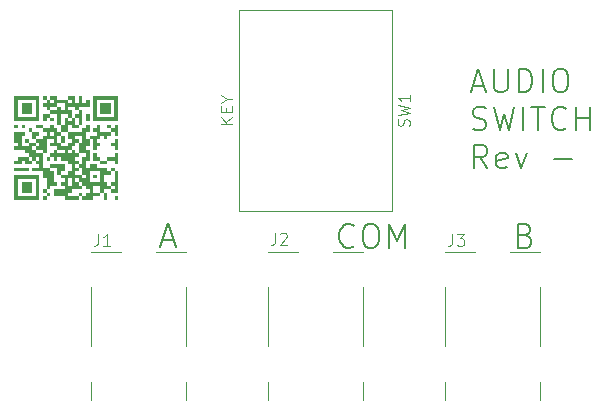
<source format=gbr>
%TF.GenerationSoftware,KiCad,Pcbnew,9.0.5*%
%TF.CreationDate,2025-10-22T22:20:53-05:00*%
%TF.ProjectId,audio_switch,61756469-6f5f-4737-9769-7463682e6b69,-*%
%TF.SameCoordinates,PX8282a50PY7459280*%
%TF.FileFunction,Legend,Top*%
%TF.FilePolarity,Positive*%
%FSLAX46Y46*%
G04 Gerber Fmt 4.6, Leading zero omitted, Abs format (unit mm)*
G04 Created by KiCad (PCBNEW 9.0.5) date 2025-10-22 22:20:53*
%MOMM*%
%LPD*%
G01*
G04 APERTURE LIST*
%ADD10C,0.200000*%
%ADD11C,0.100000*%
%ADD12C,0.000000*%
G04 APERTURE END LIST*
D10*
X13312530Y27086591D02*
X14264911Y27086591D01*
X13122054Y26515162D02*
X13788720Y28515162D01*
X13788720Y28515162D02*
X14455387Y26515162D01*
X15122054Y28515162D02*
X15122054Y26896115D01*
X15122054Y26896115D02*
X15217292Y26705639D01*
X15217292Y26705639D02*
X15312530Y26610400D01*
X15312530Y26610400D02*
X15503006Y26515162D01*
X15503006Y26515162D02*
X15883959Y26515162D01*
X15883959Y26515162D02*
X16074435Y26610400D01*
X16074435Y26610400D02*
X16169673Y26705639D01*
X16169673Y26705639D02*
X16264911Y26896115D01*
X16264911Y26896115D02*
X16264911Y28515162D01*
X17217292Y26515162D02*
X17217292Y28515162D01*
X17217292Y28515162D02*
X17693482Y28515162D01*
X17693482Y28515162D02*
X17979197Y28419924D01*
X17979197Y28419924D02*
X18169673Y28229448D01*
X18169673Y28229448D02*
X18264911Y28038972D01*
X18264911Y28038972D02*
X18360149Y27658020D01*
X18360149Y27658020D02*
X18360149Y27372305D01*
X18360149Y27372305D02*
X18264911Y26991353D01*
X18264911Y26991353D02*
X18169673Y26800877D01*
X18169673Y26800877D02*
X17979197Y26610400D01*
X17979197Y26610400D02*
X17693482Y26515162D01*
X17693482Y26515162D02*
X17217292Y26515162D01*
X19217292Y26515162D02*
X19217292Y28515162D01*
X20550625Y28515162D02*
X20931578Y28515162D01*
X20931578Y28515162D02*
X21122054Y28419924D01*
X21122054Y28419924D02*
X21312530Y28229448D01*
X21312530Y28229448D02*
X21407768Y27848496D01*
X21407768Y27848496D02*
X21407768Y27181829D01*
X21407768Y27181829D02*
X21312530Y26800877D01*
X21312530Y26800877D02*
X21122054Y26610400D01*
X21122054Y26610400D02*
X20931578Y26515162D01*
X20931578Y26515162D02*
X20550625Y26515162D01*
X20550625Y26515162D02*
X20360149Y26610400D01*
X20360149Y26610400D02*
X20169673Y26800877D01*
X20169673Y26800877D02*
X20074435Y27181829D01*
X20074435Y27181829D02*
X20074435Y27848496D01*
X20074435Y27848496D02*
X20169673Y28229448D01*
X20169673Y28229448D02*
X20360149Y28419924D01*
X20360149Y28419924D02*
X20550625Y28515162D01*
X13312530Y23390512D02*
X13598244Y23295274D01*
X13598244Y23295274D02*
X14074435Y23295274D01*
X14074435Y23295274D02*
X14264911Y23390512D01*
X14264911Y23390512D02*
X14360149Y23485751D01*
X14360149Y23485751D02*
X14455387Y23676227D01*
X14455387Y23676227D02*
X14455387Y23866703D01*
X14455387Y23866703D02*
X14360149Y24057179D01*
X14360149Y24057179D02*
X14264911Y24152417D01*
X14264911Y24152417D02*
X14074435Y24247655D01*
X14074435Y24247655D02*
X13693482Y24342893D01*
X13693482Y24342893D02*
X13503006Y24438132D01*
X13503006Y24438132D02*
X13407768Y24533370D01*
X13407768Y24533370D02*
X13312530Y24723846D01*
X13312530Y24723846D02*
X13312530Y24914322D01*
X13312530Y24914322D02*
X13407768Y25104798D01*
X13407768Y25104798D02*
X13503006Y25200036D01*
X13503006Y25200036D02*
X13693482Y25295274D01*
X13693482Y25295274D02*
X14169673Y25295274D01*
X14169673Y25295274D02*
X14455387Y25200036D01*
X15122054Y25295274D02*
X15598244Y23295274D01*
X15598244Y23295274D02*
X15979197Y24723846D01*
X15979197Y24723846D02*
X16360149Y23295274D01*
X16360149Y23295274D02*
X16836340Y25295274D01*
X17598244Y23295274D02*
X17598244Y25295274D01*
X18264911Y25295274D02*
X19407768Y25295274D01*
X18836339Y23295274D02*
X18836339Y25295274D01*
X21217292Y23485751D02*
X21122054Y23390512D01*
X21122054Y23390512D02*
X20836340Y23295274D01*
X20836340Y23295274D02*
X20645864Y23295274D01*
X20645864Y23295274D02*
X20360149Y23390512D01*
X20360149Y23390512D02*
X20169673Y23580989D01*
X20169673Y23580989D02*
X20074435Y23771465D01*
X20074435Y23771465D02*
X19979197Y24152417D01*
X19979197Y24152417D02*
X19979197Y24438132D01*
X19979197Y24438132D02*
X20074435Y24819084D01*
X20074435Y24819084D02*
X20169673Y25009560D01*
X20169673Y25009560D02*
X20360149Y25200036D01*
X20360149Y25200036D02*
X20645864Y25295274D01*
X20645864Y25295274D02*
X20836340Y25295274D01*
X20836340Y25295274D02*
X21122054Y25200036D01*
X21122054Y25200036D02*
X21217292Y25104798D01*
X22074435Y23295274D02*
X22074435Y25295274D01*
X22074435Y24342893D02*
X23217292Y24342893D01*
X23217292Y23295274D02*
X23217292Y25295274D01*
X14550625Y20075386D02*
X13883958Y21027767D01*
X13407768Y20075386D02*
X13407768Y22075386D01*
X13407768Y22075386D02*
X14169673Y22075386D01*
X14169673Y22075386D02*
X14360149Y21980148D01*
X14360149Y21980148D02*
X14455387Y21884910D01*
X14455387Y21884910D02*
X14550625Y21694434D01*
X14550625Y21694434D02*
X14550625Y21408720D01*
X14550625Y21408720D02*
X14455387Y21218244D01*
X14455387Y21218244D02*
X14360149Y21123005D01*
X14360149Y21123005D02*
X14169673Y21027767D01*
X14169673Y21027767D02*
X13407768Y21027767D01*
X16169673Y20170624D02*
X15979197Y20075386D01*
X15979197Y20075386D02*
X15598244Y20075386D01*
X15598244Y20075386D02*
X15407768Y20170624D01*
X15407768Y20170624D02*
X15312530Y20361101D01*
X15312530Y20361101D02*
X15312530Y21123005D01*
X15312530Y21123005D02*
X15407768Y21313482D01*
X15407768Y21313482D02*
X15598244Y21408720D01*
X15598244Y21408720D02*
X15979197Y21408720D01*
X15979197Y21408720D02*
X16169673Y21313482D01*
X16169673Y21313482D02*
X16264911Y21123005D01*
X16264911Y21123005D02*
X16264911Y20932529D01*
X16264911Y20932529D02*
X15312530Y20742053D01*
X16931578Y21408720D02*
X17407768Y20075386D01*
X17407768Y20075386D02*
X17883959Y21408720D01*
X20169674Y20837291D02*
X21693484Y20837291D01*
X-12987470Y14026591D02*
X-12035089Y14026591D01*
X-13177946Y13455162D02*
X-12511280Y15455162D01*
X-12511280Y15455162D02*
X-11844613Y13455162D01*
X3250625Y13545639D02*
X3155387Y13450400D01*
X3155387Y13450400D02*
X2869673Y13355162D01*
X2869673Y13355162D02*
X2679197Y13355162D01*
X2679197Y13355162D02*
X2393482Y13450400D01*
X2393482Y13450400D02*
X2203006Y13640877D01*
X2203006Y13640877D02*
X2107768Y13831353D01*
X2107768Y13831353D02*
X2012530Y14212305D01*
X2012530Y14212305D02*
X2012530Y14498020D01*
X2012530Y14498020D02*
X2107768Y14878972D01*
X2107768Y14878972D02*
X2203006Y15069448D01*
X2203006Y15069448D02*
X2393482Y15259924D01*
X2393482Y15259924D02*
X2679197Y15355162D01*
X2679197Y15355162D02*
X2869673Y15355162D01*
X2869673Y15355162D02*
X3155387Y15259924D01*
X3155387Y15259924D02*
X3250625Y15164686D01*
X4488720Y15355162D02*
X4869673Y15355162D01*
X4869673Y15355162D02*
X5060149Y15259924D01*
X5060149Y15259924D02*
X5250625Y15069448D01*
X5250625Y15069448D02*
X5345863Y14688496D01*
X5345863Y14688496D02*
X5345863Y14021829D01*
X5345863Y14021829D02*
X5250625Y13640877D01*
X5250625Y13640877D02*
X5060149Y13450400D01*
X5060149Y13450400D02*
X4869673Y13355162D01*
X4869673Y13355162D02*
X4488720Y13355162D01*
X4488720Y13355162D02*
X4298244Y13450400D01*
X4298244Y13450400D02*
X4107768Y13640877D01*
X4107768Y13640877D02*
X4012530Y14021829D01*
X4012530Y14021829D02*
X4012530Y14688496D01*
X4012530Y14688496D02*
X4107768Y15069448D01*
X4107768Y15069448D02*
X4298244Y15259924D01*
X4298244Y15259924D02*
X4488720Y15355162D01*
X6203006Y13355162D02*
X6203006Y15355162D01*
X6203006Y15355162D02*
X6869673Y13926591D01*
X6869673Y13926591D02*
X7536339Y15355162D01*
X7536339Y15355162D02*
X7536339Y13355162D01*
X17774435Y14402781D02*
X18060149Y14307543D01*
X18060149Y14307543D02*
X18155387Y14212305D01*
X18155387Y14212305D02*
X18250625Y14021829D01*
X18250625Y14021829D02*
X18250625Y13736115D01*
X18250625Y13736115D02*
X18155387Y13545639D01*
X18155387Y13545639D02*
X18060149Y13450400D01*
X18060149Y13450400D02*
X17869673Y13355162D01*
X17869673Y13355162D02*
X17107768Y13355162D01*
X17107768Y13355162D02*
X17107768Y15355162D01*
X17107768Y15355162D02*
X17774435Y15355162D01*
X17774435Y15355162D02*
X17964911Y15259924D01*
X17964911Y15259924D02*
X18060149Y15164686D01*
X18060149Y15164686D02*
X18155387Y14974210D01*
X18155387Y14974210D02*
X18155387Y14783734D01*
X18155387Y14783734D02*
X18060149Y14593258D01*
X18060149Y14593258D02*
X17964911Y14498020D01*
X17964911Y14498020D02*
X17774435Y14402781D01*
X17774435Y14402781D02*
X17107768Y14402781D01*
D11*
X-3410402Y14627581D02*
X-3410402Y13913296D01*
X-3410402Y13913296D02*
X-3458021Y13770439D01*
X-3458021Y13770439D02*
X-3553259Y13675200D01*
X-3553259Y13675200D02*
X-3696116Y13627581D01*
X-3696116Y13627581D02*
X-3791354Y13627581D01*
X-2981830Y14532343D02*
X-2934211Y14579962D01*
X-2934211Y14579962D02*
X-2838973Y14627581D01*
X-2838973Y14627581D02*
X-2600878Y14627581D01*
X-2600878Y14627581D02*
X-2505640Y14579962D01*
X-2505640Y14579962D02*
X-2458021Y14532343D01*
X-2458021Y14532343D02*
X-2410402Y14437105D01*
X-2410402Y14437105D02*
X-2410402Y14341867D01*
X-2410402Y14341867D02*
X-2458021Y14199010D01*
X-2458021Y14199010D02*
X-3029449Y13627581D01*
X-3029449Y13627581D02*
X-2410402Y13627581D01*
X7909800Y23666668D02*
X7957419Y23809525D01*
X7957419Y23809525D02*
X7957419Y24047620D01*
X7957419Y24047620D02*
X7909800Y24142858D01*
X7909800Y24142858D02*
X7862180Y24190477D01*
X7862180Y24190477D02*
X7766942Y24238096D01*
X7766942Y24238096D02*
X7671704Y24238096D01*
X7671704Y24238096D02*
X7576466Y24190477D01*
X7576466Y24190477D02*
X7528847Y24142858D01*
X7528847Y24142858D02*
X7481228Y24047620D01*
X7481228Y24047620D02*
X7433609Y23857144D01*
X7433609Y23857144D02*
X7385990Y23761906D01*
X7385990Y23761906D02*
X7338371Y23714287D01*
X7338371Y23714287D02*
X7243133Y23666668D01*
X7243133Y23666668D02*
X7147895Y23666668D01*
X7147895Y23666668D02*
X7052657Y23714287D01*
X7052657Y23714287D02*
X7005038Y23761906D01*
X7005038Y23761906D02*
X6957419Y23857144D01*
X6957419Y23857144D02*
X6957419Y24095239D01*
X6957419Y24095239D02*
X7005038Y24238096D01*
X6957419Y24571430D02*
X7957419Y24809525D01*
X7957419Y24809525D02*
X7243133Y25000001D01*
X7243133Y25000001D02*
X7957419Y25190477D01*
X7957419Y25190477D02*
X6957419Y25428572D01*
X7957419Y26333334D02*
X7957419Y25761906D01*
X7957419Y26047620D02*
X6957419Y26047620D01*
X6957419Y26047620D02*
X7100276Y25952382D01*
X7100276Y25952382D02*
X7195514Y25857144D01*
X7195514Y25857144D02*
X7243133Y25761906D01*
X-7042581Y23857144D02*
X-8042581Y23857144D01*
X-7042581Y24428572D02*
X-7614010Y24000001D01*
X-8042581Y24428572D02*
X-7471153Y23857144D01*
X-7566391Y24857144D02*
X-7566391Y25190477D01*
X-7042581Y25333334D02*
X-7042581Y24857144D01*
X-7042581Y24857144D02*
X-8042581Y24857144D01*
X-8042581Y24857144D02*
X-8042581Y25333334D01*
X-7518772Y25952382D02*
X-7042581Y25952382D01*
X-8042581Y25619049D02*
X-7518772Y25952382D01*
X-7518772Y25952382D02*
X-8042581Y26285715D01*
X-18410402Y14527581D02*
X-18410402Y13813296D01*
X-18410402Y13813296D02*
X-18458021Y13670439D01*
X-18458021Y13670439D02*
X-18553259Y13575200D01*
X-18553259Y13575200D02*
X-18696116Y13527581D01*
X-18696116Y13527581D02*
X-18791354Y13527581D01*
X-17410402Y13527581D02*
X-17981830Y13527581D01*
X-17696116Y13527581D02*
X-17696116Y14527581D01*
X-17696116Y14527581D02*
X-17791354Y14384724D01*
X-17791354Y14384724D02*
X-17886592Y14289486D01*
X-17886592Y14289486D02*
X-17981830Y14241867D01*
X11589598Y14527581D02*
X11589598Y13813296D01*
X11589598Y13813296D02*
X11541979Y13670439D01*
X11541979Y13670439D02*
X11446741Y13575200D01*
X11446741Y13575200D02*
X11303884Y13527581D01*
X11303884Y13527581D02*
X11208646Y13527581D01*
X11970551Y14527581D02*
X12589598Y14527581D01*
X12589598Y14527581D02*
X12256265Y14146629D01*
X12256265Y14146629D02*
X12399122Y14146629D01*
X12399122Y14146629D02*
X12494360Y14099010D01*
X12494360Y14099010D02*
X12541979Y14051391D01*
X12541979Y14051391D02*
X12589598Y13956153D01*
X12589598Y13956153D02*
X12589598Y13718058D01*
X12589598Y13718058D02*
X12541979Y13622820D01*
X12541979Y13622820D02*
X12494360Y13575200D01*
X12494360Y13575200D02*
X12399122Y13527581D01*
X12399122Y13527581D02*
X12113408Y13527581D01*
X12113408Y13527581D02*
X12018170Y13575200D01*
X12018170Y13575200D02*
X11970551Y13622820D01*
%TO.C,J2*%
X-4000000Y13000000D02*
X-1500000Y13000000D01*
X-4000000Y5000000D02*
X-4000000Y10000000D01*
X-4000000Y2000000D02*
X-4000000Y500000D01*
X1500000Y13000000D02*
X4000000Y13000000D01*
X4000000Y5000000D02*
X4000000Y10000000D01*
X4000000Y2000000D02*
X4000000Y500000D01*
%TO.C,SW1*%
X-6500000Y16500000D02*
X6500000Y16500000D01*
X6500000Y33500000D01*
X-6500000Y33500000D01*
X-6500000Y16500000D01*
%TO.C,J1*%
X-19000000Y13000000D02*
X-16500000Y13000000D01*
X-19000000Y5000000D02*
X-19000000Y10000000D01*
X-19000000Y2000000D02*
X-19000000Y500000D01*
X-13500000Y13000000D02*
X-11000000Y13000000D01*
X-11000000Y5000000D02*
X-11000000Y10000000D01*
X-11000000Y2000000D02*
X-11000000Y500000D01*
D12*
%TO.C,G\u002A\u002A\u002A*%
G36*
X-25190998Y23618221D02*
G01*
X-25190998Y23466703D01*
X-25342516Y23466703D01*
X-25494035Y23466703D01*
X-25494035Y23618221D01*
X-25494035Y23769740D01*
X-25342516Y23769740D01*
X-25190998Y23769740D01*
X-25190998Y23618221D01*
G37*
G36*
X-24584924Y23618221D02*
G01*
X-24584924Y23466703D01*
X-24736443Y23466703D01*
X-24887961Y23466703D01*
X-24887961Y23618221D01*
X-24887961Y23769740D01*
X-24736443Y23769740D01*
X-24584924Y23769740D01*
X-24584924Y23618221D01*
G37*
G36*
X-24281887Y19981779D02*
G01*
X-24281887Y19830260D01*
X-24887961Y19830260D01*
X-25494035Y19830260D01*
X-25494035Y19981779D01*
X-25494035Y20133297D01*
X-24887961Y20133297D01*
X-24281887Y20133297D01*
X-24281887Y19981779D01*
G37*
G36*
X-23978850Y25133406D02*
G01*
X-23978850Y24678850D01*
X-24433406Y24678850D01*
X-24887961Y24678850D01*
X-24887961Y25133406D01*
X-24887961Y25587961D01*
X-24433406Y25587961D01*
X-23978850Y25587961D01*
X-23978850Y25133406D01*
G37*
G36*
X-23978850Y23315184D02*
G01*
X-23978850Y23163666D01*
X-24130369Y23163666D01*
X-24281887Y23163666D01*
X-24281887Y23315184D01*
X-24281887Y23466703D01*
X-24130369Y23466703D01*
X-23978850Y23466703D01*
X-23978850Y23315184D01*
G37*
G36*
X-23978850Y18466594D02*
G01*
X-23978850Y18012039D01*
X-24433406Y18012039D01*
X-24887961Y18012039D01*
X-24887961Y18466594D01*
X-24887961Y18921150D01*
X-24433406Y18921150D01*
X-23978850Y18921150D01*
X-23978850Y18466594D01*
G37*
G36*
X-22463666Y20890889D02*
G01*
X-22463666Y20739371D01*
X-22615184Y20739371D01*
X-22766703Y20739371D01*
X-22766703Y20890889D01*
X-22766703Y21042408D01*
X-22615184Y21042408D01*
X-22463666Y21042408D01*
X-22463666Y20890889D01*
G37*
G36*
X-22160629Y24224295D02*
G01*
X-22160629Y24072777D01*
X-22312148Y24072777D01*
X-22463666Y24072777D01*
X-22463666Y24224295D01*
X-22463666Y24375813D01*
X-22312148Y24375813D01*
X-22160629Y24375813D01*
X-22160629Y24224295D01*
G37*
G36*
X-21251518Y22557592D02*
G01*
X-21251518Y22254555D01*
X-21403037Y22254555D01*
X-21554555Y22254555D01*
X-21554555Y22557592D01*
X-21554555Y22860629D01*
X-21403037Y22860629D01*
X-21251518Y22860629D01*
X-21251518Y22557592D01*
G37*
G36*
X-19130260Y24375813D02*
G01*
X-19130260Y24072777D01*
X-19281779Y24072777D01*
X-19433297Y24072777D01*
X-19433297Y24375813D01*
X-19433297Y24678850D01*
X-19281779Y24678850D01*
X-19130260Y24678850D01*
X-19130260Y24375813D01*
G37*
G36*
X-18524187Y19375705D02*
G01*
X-18524187Y19224187D01*
X-18675705Y19224187D01*
X-18827223Y19224187D01*
X-18827223Y19375705D01*
X-18827223Y19527223D01*
X-18675705Y19527223D01*
X-18524187Y19527223D01*
X-18524187Y19375705D01*
G37*
G36*
X-17615076Y17709002D02*
G01*
X-17615076Y17405965D01*
X-17766594Y17405965D01*
X-17918113Y17405965D01*
X-17918113Y17709002D01*
X-17918113Y18012039D01*
X-17766594Y18012039D01*
X-17615076Y18012039D01*
X-17615076Y17709002D01*
G37*
G36*
X-17312039Y25133406D02*
G01*
X-17312039Y24678850D01*
X-17766594Y24678850D01*
X-18221150Y24678850D01*
X-18221150Y25133406D01*
X-18221150Y25587961D01*
X-17766594Y25587961D01*
X-17312039Y25587961D01*
X-17312039Y25133406D01*
G37*
G36*
X-16705965Y17557484D02*
G01*
X-16705965Y17405965D01*
X-16857484Y17405965D01*
X-17009002Y17405965D01*
X-17009002Y17557484D01*
X-17009002Y17709002D01*
X-16857484Y17709002D01*
X-16705965Y17709002D01*
X-16705965Y17557484D01*
G37*
G36*
X-22463666Y17860521D02*
G01*
X-22463666Y17709002D01*
X-22615184Y17709002D01*
X-22766703Y17709002D01*
X-22766703Y17557484D01*
X-22766703Y17405965D01*
X-22918221Y17405965D01*
X-23069740Y17405965D01*
X-23069740Y17557484D01*
X-23069740Y17709002D01*
X-22918221Y17709002D01*
X-22766703Y17709002D01*
X-22766703Y17860521D01*
X-22766703Y18012039D01*
X-22615184Y18012039D01*
X-22463666Y18012039D01*
X-22463666Y17860521D01*
G37*
G36*
X-16705965Y22103037D02*
G01*
X-16705965Y21648482D01*
X-16857484Y21648482D01*
X-17009002Y21648482D01*
X-17009002Y21800000D01*
X-17009002Y21951518D01*
X-17160521Y21951518D01*
X-17312039Y21951518D01*
X-17312039Y22103037D01*
X-17312039Y22254555D01*
X-17160521Y22254555D01*
X-17009002Y22254555D01*
X-17009002Y22406074D01*
X-17009002Y22557592D01*
X-16857484Y22557592D01*
X-16705965Y22557592D01*
X-16705965Y22103037D01*
G37*
G36*
X-23372777Y25133406D02*
G01*
X-23372777Y24072777D01*
X-24433406Y24072777D01*
X-25494035Y24072777D01*
X-25494035Y24403362D01*
X-25163449Y24403362D01*
X-24433406Y24403362D01*
X-23703362Y24403362D01*
X-23703362Y25133406D01*
X-23703362Y25863449D01*
X-24433406Y25863449D01*
X-25163449Y25863449D01*
X-25163449Y25133406D01*
X-25163449Y24403362D01*
X-25494035Y24403362D01*
X-25494035Y25133406D01*
X-25494035Y26194035D01*
X-24433406Y26194035D01*
X-23372777Y26194035D01*
X-23372777Y25133406D01*
G37*
G36*
X-23372777Y18466594D02*
G01*
X-23372777Y17405965D01*
X-24433406Y17405965D01*
X-25494035Y17405965D01*
X-25494035Y17736551D01*
X-25163449Y17736551D01*
X-24433406Y17736551D01*
X-23703362Y17736551D01*
X-23703362Y18466594D01*
X-23703362Y19196638D01*
X-24433406Y19196638D01*
X-25163449Y19196638D01*
X-25163449Y18466594D01*
X-25163449Y17736551D01*
X-25494035Y17736551D01*
X-25494035Y18466594D01*
X-25494035Y19527223D01*
X-24433406Y19527223D01*
X-23372777Y19527223D01*
X-23372777Y18466594D01*
G37*
G36*
X-16705965Y25133406D02*
G01*
X-16705965Y24072777D01*
X-17766594Y24072777D01*
X-18827223Y24072777D01*
X-18827223Y24403362D01*
X-18496638Y24403362D01*
X-17766594Y24403362D01*
X-17036551Y24403362D01*
X-17036551Y25133406D01*
X-17036551Y25863449D01*
X-17766594Y25863449D01*
X-18496638Y25863449D01*
X-18496638Y25133406D01*
X-18496638Y24403362D01*
X-18827223Y24403362D01*
X-18827223Y25133406D01*
X-18827223Y26194035D01*
X-17766594Y26194035D01*
X-16705965Y26194035D01*
X-16705965Y25133406D01*
G37*
G36*
X-18524187Y21193926D02*
G01*
X-18524187Y21042408D01*
X-18372668Y21042408D01*
X-18221150Y21042408D01*
X-18221150Y20890889D01*
X-18221150Y20739371D01*
X-17918113Y20739371D01*
X-17615076Y20739371D01*
X-17615076Y20890889D01*
X-17615076Y21042408D01*
X-17312039Y21042408D01*
X-17009002Y21042408D01*
X-17009002Y21193926D01*
X-17009002Y21345445D01*
X-16857484Y21345445D01*
X-16705965Y21345445D01*
X-16705965Y20890889D01*
X-16705965Y20436334D01*
X-16857484Y20436334D01*
X-17009002Y20436334D01*
X-17009002Y20587853D01*
X-17009002Y20739371D01*
X-17312039Y20739371D01*
X-17615076Y20739371D01*
X-17615076Y20587853D01*
X-17615076Y20436334D01*
X-17918113Y20436334D01*
X-18221150Y20436334D01*
X-18221150Y20587853D01*
X-18221150Y20739371D01*
X-18524187Y20739371D01*
X-18827223Y20739371D01*
X-18827223Y21042408D01*
X-18827223Y21345445D01*
X-18675705Y21345445D01*
X-18524187Y21345445D01*
X-18524187Y21193926D01*
G37*
G36*
X-22766703Y26042516D02*
G01*
X-22766703Y25890998D01*
X-22615184Y25890998D01*
X-22463666Y25890998D01*
X-22463666Y26042516D01*
X-22463666Y26194035D01*
X-22160629Y26194035D01*
X-21857592Y26194035D01*
X-21857592Y26042516D01*
X-21857592Y25890998D01*
X-21403037Y25890998D01*
X-20948482Y25890998D01*
X-20948482Y26042516D01*
X-20948482Y26194035D01*
X-20645445Y26194035D01*
X-20342408Y26194035D01*
X-20342408Y25890998D01*
X-20342408Y25587961D01*
X-20190889Y25587961D01*
X-20039371Y25587961D01*
X-20039371Y25890998D01*
X-20039371Y26194035D01*
X-19887853Y26194035D01*
X-19736334Y26194035D01*
X-19736334Y25890998D01*
X-19736334Y25587961D01*
X-19584816Y25587961D01*
X-19433297Y25587961D01*
X-19433297Y25739479D01*
X-19433297Y25890998D01*
X-19281779Y25890998D01*
X-19130260Y25890998D01*
X-19130260Y25587961D01*
X-19130260Y25284924D01*
X-19584816Y25284924D01*
X-20039371Y25284924D01*
X-20039371Y25133406D01*
X-20039371Y24981887D01*
X-20190889Y24981887D01*
X-20342408Y24981887D01*
X-20342408Y25133406D01*
X-20342408Y25284924D01*
X-20645445Y25284924D01*
X-20948482Y25284924D01*
X-20948482Y25133406D01*
X-20948482Y24981887D01*
X-20796963Y24981887D01*
X-20645445Y24981887D01*
X-20645445Y24678850D01*
X-20645445Y24375813D01*
X-20796963Y24375813D01*
X-20948482Y24375813D01*
X-20948482Y24527332D01*
X-20948482Y24678850D01*
X-21251518Y24678850D01*
X-21554555Y24678850D01*
X-21554555Y24224295D01*
X-21554555Y23769740D01*
X-21403037Y23769740D01*
X-21251518Y23769740D01*
X-21251518Y24072777D01*
X-21251518Y24375813D01*
X-21100000Y24375813D01*
X-20948482Y24375813D01*
X-20948482Y24224295D01*
X-20948482Y24072777D01*
X-20796963Y24072777D01*
X-20645445Y24072777D01*
X-20645445Y24224295D01*
X-20645445Y24375813D01*
X-20493926Y24375813D01*
X-20342408Y24375813D01*
X-20342408Y24527332D01*
X-20342408Y24678850D01*
X-20190889Y24678850D01*
X-20039371Y24678850D01*
X-20039371Y24830369D01*
X-20039371Y24981887D01*
X-19887853Y24981887D01*
X-19736334Y24981887D01*
X-19736334Y24375813D01*
X-19736334Y23769740D01*
X-19887853Y23769740D01*
X-20039371Y23769740D01*
X-20039371Y23618221D01*
X-20039371Y23466703D01*
X-20342408Y23466703D01*
X-20645445Y23466703D01*
X-20645445Y23618221D01*
X-20645445Y23769740D01*
X-20342408Y23769740D01*
X-20190889Y23769740D01*
X-20039371Y23769740D01*
X-20039371Y24072777D01*
X-20039371Y24375813D01*
X-20190889Y24375813D01*
X-20342408Y24375813D01*
X-20342408Y24072777D01*
X-20342408Y23769740D01*
X-20645445Y23769740D01*
X-20796963Y23769740D01*
X-20948482Y23769740D01*
X-20948482Y23466703D01*
X-20948482Y23163666D01*
X-20342408Y23163666D01*
X-19736334Y23163666D01*
X-19736334Y23315184D01*
X-19736334Y23466703D01*
X-19584816Y23466703D01*
X-19433297Y23466703D01*
X-19433297Y23618221D01*
X-19433297Y23769740D01*
X-19281779Y23769740D01*
X-19130260Y23769740D01*
X-19130260Y23466703D01*
X-19130260Y23163666D01*
X-19281779Y23163666D01*
X-19433297Y23163666D01*
X-19433297Y22860629D01*
X-19433297Y22557592D01*
X-19281779Y22557592D01*
X-19130260Y22557592D01*
X-19130260Y22709111D01*
X-19130260Y22860629D01*
X-18827223Y22860629D01*
X-18524187Y22860629D01*
X-18524187Y23012148D01*
X-18524187Y23163666D01*
X-18675705Y23163666D01*
X-18827223Y23163666D01*
X-18827223Y23315184D01*
X-18827223Y23466703D01*
X-18675705Y23466703D01*
X-18524187Y23466703D01*
X-18524187Y23618221D01*
X-18524187Y23769740D01*
X-18372668Y23769740D01*
X-18221150Y23769740D01*
X-18221150Y23466703D01*
X-18221150Y23163666D01*
X-17766594Y23163666D01*
X-17312039Y23163666D01*
X-17312039Y23315184D01*
X-17312039Y23466703D01*
X-17463558Y23466703D01*
X-17615076Y23466703D01*
X-17615076Y23618221D01*
X-17615076Y23769740D01*
X-17463558Y23769740D01*
X-17312039Y23769740D01*
X-17312039Y23618221D01*
X-17312039Y23466703D01*
X-17160521Y23466703D01*
X-17009002Y23466703D01*
X-17009002Y23618221D01*
X-17009002Y23769740D01*
X-16857484Y23769740D01*
X-16705965Y23769740D01*
X-16705965Y23315184D01*
X-16705965Y22860629D01*
X-16857484Y22860629D01*
X-17009002Y22860629D01*
X-17009002Y23012148D01*
X-17009002Y23163666D01*
X-17160521Y23163666D01*
X-17312039Y23163666D01*
X-17312039Y23012148D01*
X-17312039Y22860629D01*
X-17463558Y22860629D01*
X-17615076Y22860629D01*
X-17615076Y22709111D01*
X-17615076Y22557592D01*
X-17766594Y22557592D01*
X-17918113Y22557592D01*
X-17918113Y22709111D01*
X-17918113Y22860629D01*
X-18069631Y22860629D01*
X-18221150Y22860629D01*
X-18221150Y22709111D01*
X-18221150Y22557592D01*
X-18372668Y22557592D01*
X-18524187Y22557592D01*
X-18524187Y22406074D01*
X-18524187Y22254555D01*
X-18372668Y22254555D01*
X-18221150Y22254555D01*
X-18221150Y22103037D01*
X-18221150Y21951518D01*
X-18372668Y21951518D01*
X-18524187Y21951518D01*
X-18524187Y21800000D01*
X-18524187Y21648482D01*
X-18675705Y21648482D01*
X-18827223Y21648482D01*
X-18827223Y22103037D01*
X-18827223Y22557592D01*
X-18978742Y22557592D01*
X-19130260Y22557592D01*
X-19130260Y22254555D01*
X-19130260Y21951518D01*
X-19281779Y21951518D01*
X-19433297Y21951518D01*
X-19433297Y21800000D01*
X-19433297Y21648482D01*
X-19281779Y21648482D01*
X-19130260Y21648482D01*
X-19130260Y21193926D01*
X-19130260Y20739371D01*
X-19281779Y20739371D01*
X-19433297Y20739371D01*
X-19433297Y20436334D01*
X-19433297Y20133297D01*
X-19281779Y20133297D01*
X-19130260Y20133297D01*
X-19130260Y20284816D01*
X-19130260Y20436334D01*
X-18827223Y20436334D01*
X-18524187Y20436334D01*
X-18524187Y20284816D01*
X-18524187Y20133297D01*
X-18069631Y20133297D01*
X-17615076Y20133297D01*
X-17615076Y19981779D01*
X-17615076Y19830260D01*
X-17463558Y19830260D01*
X-17312039Y19830260D01*
X-17312039Y19981779D01*
X-17312039Y20133297D01*
X-17160521Y20133297D01*
X-17009002Y20133297D01*
X-17009002Y19981779D01*
X-17009002Y19830260D01*
X-17160521Y19830260D01*
X-17312039Y19830260D01*
X-17312039Y19678742D01*
X-17312039Y19527223D01*
X-17615076Y19527223D01*
X-17918113Y19527223D01*
X-17918113Y19224187D01*
X-17918113Y18921150D01*
X-17766594Y18921150D01*
X-17615076Y18921150D01*
X-17615076Y18769631D01*
X-17615076Y18618113D01*
X-17463558Y18618113D01*
X-17312039Y18618113D01*
X-17312039Y18769631D01*
X-17312039Y18921150D01*
X-17160521Y18921150D01*
X-17009002Y18921150D01*
X-17009002Y19375705D01*
X-17009002Y19830260D01*
X-16857484Y19830260D01*
X-16705965Y19830260D01*
X-16705965Y18921150D01*
X-16705965Y18012039D01*
X-17009002Y18012039D01*
X-17312039Y18012039D01*
X-17312039Y18163558D01*
X-17312039Y18315076D01*
X-17160521Y18315076D01*
X-17009002Y18315076D01*
X-17009002Y18466594D01*
X-17009002Y18618113D01*
X-17160521Y18618113D01*
X-17312039Y18618113D01*
X-17312039Y18466594D01*
X-17312039Y18315076D01*
X-17615076Y18315076D01*
X-17918113Y18315076D01*
X-17918113Y18163558D01*
X-17918113Y18012039D01*
X-18069631Y18012039D01*
X-18221150Y18012039D01*
X-18221150Y17860521D01*
X-18221150Y17709002D01*
X-18524187Y17709002D01*
X-18827223Y17709002D01*
X-18827223Y17557484D01*
X-18827223Y17405965D01*
X-19281779Y17405965D01*
X-19736334Y17405965D01*
X-19736334Y17557484D01*
X-19736334Y17709002D01*
X-19887853Y17709002D01*
X-20039371Y17709002D01*
X-20039371Y17557484D01*
X-20039371Y17405965D01*
X-20645445Y17405965D01*
X-21251518Y17405965D01*
X-21251518Y17557484D01*
X-21251518Y17709002D01*
X-21706074Y17709002D01*
X-22160629Y17709002D01*
X-22160629Y17860521D01*
X-20948482Y17860521D01*
X-20948482Y17709002D01*
X-20493926Y17709002D01*
X-20039371Y17709002D01*
X-20039371Y17860521D01*
X-20039371Y18012039D01*
X-19887853Y18012039D01*
X-19736334Y18012039D01*
X-19736334Y17860521D01*
X-19736334Y17709002D01*
X-19584816Y17709002D01*
X-19433297Y17709002D01*
X-19433297Y17860521D01*
X-19433297Y18012039D01*
X-19281779Y18012039D01*
X-19130260Y18012039D01*
X-18827223Y18012039D01*
X-18524187Y18012039D01*
X-18221150Y18012039D01*
X-18221150Y18315076D01*
X-18221150Y18466594D01*
X-18221150Y18618113D01*
X-18524187Y18618113D01*
X-18827223Y18618113D01*
X-18827223Y18315076D01*
X-18827223Y18012039D01*
X-19130260Y18012039D01*
X-19130260Y18163558D01*
X-19130260Y18315076D01*
X-19281779Y18315076D01*
X-19433297Y18315076D01*
X-19433297Y18466594D01*
X-19433297Y18618113D01*
X-19584816Y18618113D01*
X-19736334Y18618113D01*
X-19736334Y18466594D01*
X-19736334Y18315076D01*
X-20190889Y18315076D01*
X-20645445Y18315076D01*
X-20645445Y18163558D01*
X-20645445Y18012039D01*
X-20796963Y18012039D01*
X-20948482Y18012039D01*
X-20948482Y17860521D01*
X-22160629Y17860521D01*
X-22160629Y18012039D01*
X-22160629Y18315076D01*
X-21706074Y18315076D01*
X-21251518Y18315076D01*
X-21251518Y18466594D01*
X-21251518Y18618113D01*
X-20948482Y18618113D01*
X-20796963Y18618113D01*
X-20645445Y18618113D01*
X-20039371Y18618113D01*
X-19887853Y18618113D01*
X-19736334Y18618113D01*
X-19736334Y18769631D01*
X-19736334Y18921150D01*
X-19130260Y18921150D01*
X-18675705Y18921150D01*
X-18221150Y18921150D01*
X-18221150Y19375705D01*
X-18221150Y19830260D01*
X-18675705Y19830260D01*
X-19130260Y19830260D01*
X-19130260Y19375705D01*
X-19130260Y18921150D01*
X-19736334Y18921150D01*
X-19887853Y18921150D01*
X-20039371Y18921150D01*
X-20039371Y18769631D01*
X-20039371Y18618113D01*
X-20645445Y18618113D01*
X-20645445Y18769631D01*
X-20645445Y18921150D01*
X-20342408Y18921150D01*
X-20190889Y18921150D01*
X-20039371Y18921150D01*
X-20039371Y19072668D01*
X-20039371Y19224187D01*
X-19736334Y19224187D01*
X-19584816Y19224187D01*
X-19433297Y19224187D01*
X-19433297Y19375705D01*
X-19433297Y19527223D01*
X-19584816Y19527223D01*
X-19736334Y19527223D01*
X-19736334Y19375705D01*
X-19736334Y19224187D01*
X-20039371Y19224187D01*
X-20190889Y19224187D01*
X-20342408Y19224187D01*
X-20342408Y19072668D01*
X-20342408Y18921150D01*
X-20645445Y18921150D01*
X-20645445Y19072668D01*
X-20645445Y19224187D01*
X-20796963Y19224187D01*
X-20948482Y19224187D01*
X-20948482Y18921150D01*
X-20948482Y18618113D01*
X-21251518Y18618113D01*
X-21403037Y18618113D01*
X-21554555Y18618113D01*
X-21554555Y18769631D01*
X-21554555Y18921150D01*
X-21403037Y18921150D01*
X-21251518Y18921150D01*
X-21251518Y19072668D01*
X-21251518Y19224187D01*
X-21403037Y19224187D01*
X-21554555Y19224187D01*
X-21554555Y19375705D01*
X-21554555Y19527223D01*
X-21706074Y19527223D01*
X-21857592Y19527223D01*
X-21857592Y19830260D01*
X-21857592Y20133297D01*
X-22160629Y20133297D01*
X-22463666Y20133297D01*
X-22463666Y19981779D01*
X-22463666Y19830260D01*
X-22312148Y19830260D01*
X-22160629Y19830260D01*
X-22160629Y19375705D01*
X-22160629Y18921150D01*
X-22009111Y18921150D01*
X-21857592Y18921150D01*
X-21857592Y18769631D01*
X-21857592Y18618113D01*
X-22160629Y18618113D01*
X-22463666Y18618113D01*
X-22463666Y18466594D01*
X-22463666Y18315076D01*
X-22615184Y18315076D01*
X-22766703Y18315076D01*
X-22766703Y18163558D01*
X-22766703Y18012039D01*
X-22918221Y18012039D01*
X-23069740Y18012039D01*
X-23069740Y18163558D01*
X-23069740Y18315076D01*
X-22918221Y18315076D01*
X-22766703Y18315076D01*
X-22766703Y18769631D01*
X-22766703Y19224187D01*
X-22918221Y19224187D01*
X-23069740Y19224187D01*
X-23069740Y19527223D01*
X-23069740Y19830260D01*
X-23524295Y19830260D01*
X-23978850Y19830260D01*
X-23978850Y19981779D01*
X-23978850Y20133297D01*
X-23675813Y20133297D01*
X-23372777Y20133297D01*
X-23372777Y20284816D01*
X-23372777Y20436334D01*
X-23524295Y20436334D01*
X-23675813Y20436334D01*
X-23675813Y20587853D01*
X-23675813Y20739371D01*
X-23524295Y20739371D01*
X-23372777Y20739371D01*
X-23372777Y20890889D01*
X-23372777Y21042408D01*
X-23524295Y21042408D01*
X-23675813Y21042408D01*
X-23675813Y20890889D01*
X-23675813Y20739371D01*
X-23827332Y20739371D01*
X-23978850Y20739371D01*
X-23978850Y20587853D01*
X-23978850Y20436334D01*
X-24281887Y20436334D01*
X-24584924Y20436334D01*
X-24584924Y20587853D01*
X-24584924Y20739371D01*
X-24281887Y20739371D01*
X-24130369Y20739371D01*
X-23978850Y20739371D01*
X-23978850Y20890889D01*
X-23978850Y21042408D01*
X-24130369Y21042408D01*
X-24281887Y21042408D01*
X-24281887Y20890889D01*
X-24281887Y20739371D01*
X-24584924Y20739371D01*
X-24736443Y20739371D01*
X-24887961Y20739371D01*
X-24887961Y20587853D01*
X-24887961Y20436334D01*
X-25190998Y20436334D01*
X-25494035Y20436334D01*
X-25494035Y20587853D01*
X-25494035Y20739371D01*
X-25342516Y20739371D01*
X-25190998Y20739371D01*
X-25190998Y20890889D01*
X-25190998Y21042408D01*
X-24736443Y21042408D01*
X-24281887Y21042408D01*
X-24281887Y21193926D01*
X-24281887Y21345445D01*
X-24433406Y21345445D01*
X-24584924Y21345445D01*
X-24584924Y21496963D01*
X-24584924Y21648482D01*
X-25039479Y21648482D01*
X-25494035Y21648482D01*
X-25494035Y21800000D01*
X-23978850Y21800000D01*
X-23978850Y21648482D01*
X-23827332Y21648482D01*
X-23675813Y21648482D01*
X-23675813Y21496963D01*
X-23675813Y21345445D01*
X-23372777Y21345445D01*
X-23069740Y21345445D01*
X-23069740Y20739371D01*
X-23069740Y20133297D01*
X-22766703Y20133297D01*
X-22463666Y20133297D01*
X-22463666Y20284816D01*
X-22463666Y20436334D01*
X-21857592Y20436334D01*
X-21251518Y20436334D01*
X-21251518Y20133297D01*
X-21251518Y19830260D01*
X-21403037Y19830260D01*
X-21554555Y19830260D01*
X-21554555Y19678742D01*
X-21554555Y19527223D01*
X-21251518Y19527223D01*
X-20948482Y19527223D01*
X-20948482Y19678742D01*
X-20342408Y19678742D01*
X-20342408Y19527223D01*
X-20039371Y19527223D01*
X-19736334Y19527223D01*
X-19736334Y19830260D01*
X-19736334Y20133297D01*
X-19887853Y20133297D01*
X-20039371Y20133297D01*
X-20039371Y19981779D01*
X-20039371Y19830260D01*
X-20190889Y19830260D01*
X-20342408Y19830260D01*
X-20342408Y19678742D01*
X-20948482Y19678742D01*
X-20948482Y19830260D01*
X-20796963Y19830260D01*
X-20645445Y19830260D01*
X-20645445Y20133297D01*
X-20645445Y20436334D01*
X-20796963Y20436334D01*
X-20948482Y20436334D01*
X-20948482Y20587853D01*
X-20948482Y20739371D01*
X-21251518Y20739371D01*
X-21554555Y20739371D01*
X-21554555Y20890889D01*
X-20342408Y20890889D01*
X-20342408Y20739371D01*
X-20190889Y20739371D01*
X-20039371Y20739371D01*
X-20039371Y20587853D01*
X-20039371Y20436334D01*
X-20190889Y20436334D01*
X-20342408Y20436334D01*
X-20342408Y20284816D01*
X-20342408Y20133297D01*
X-20190889Y20133297D01*
X-20039371Y20133297D01*
X-20039371Y20284816D01*
X-20039371Y20436334D01*
X-19887853Y20436334D01*
X-19736334Y20436334D01*
X-19736334Y20739371D01*
X-19736334Y21042408D01*
X-19584816Y21042408D01*
X-19433297Y21042408D01*
X-19433297Y21193926D01*
X-19433297Y21345445D01*
X-19736334Y21345445D01*
X-20039371Y21345445D01*
X-20039371Y21193926D01*
X-20039371Y21042408D01*
X-20190889Y21042408D01*
X-20342408Y21042408D01*
X-20342408Y20890889D01*
X-21554555Y20890889D01*
X-21554555Y21042408D01*
X-21706074Y21042408D01*
X-21857592Y21042408D01*
X-21857592Y20890889D01*
X-21857592Y20739371D01*
X-22009111Y20739371D01*
X-22160629Y20739371D01*
X-22160629Y20890889D01*
X-22160629Y21042408D01*
X-22312148Y21042408D01*
X-22463666Y21042408D01*
X-22463666Y21193926D01*
X-22463666Y21345445D01*
X-22312148Y21345445D01*
X-22160629Y21345445D01*
X-21857592Y21345445D01*
X-21554555Y21345445D01*
X-21251518Y21345445D01*
X-21251518Y21496963D01*
X-20948482Y21496963D01*
X-20948482Y21345445D01*
X-20796963Y21345445D01*
X-20645445Y21345445D01*
X-20645445Y21496963D01*
X-20645445Y21648482D01*
X-20493926Y21648482D01*
X-20342408Y21648482D01*
X-20342408Y21496963D01*
X-20342408Y21345445D01*
X-20190889Y21345445D01*
X-20039371Y21345445D01*
X-20039371Y21800000D01*
X-20039371Y22254555D01*
X-19887853Y22254555D01*
X-19736334Y22254555D01*
X-19736334Y22557592D01*
X-19736334Y22860629D01*
X-20039371Y22860629D01*
X-20342408Y22860629D01*
X-20342408Y22709111D01*
X-20342408Y22557592D01*
X-20190889Y22557592D01*
X-20039371Y22557592D01*
X-20039371Y22406074D01*
X-20039371Y22254555D01*
X-20190889Y22254555D01*
X-20342408Y22254555D01*
X-20342408Y22103037D01*
X-20342408Y21951518D01*
X-20493926Y21951518D01*
X-20645445Y21951518D01*
X-20645445Y21800000D01*
X-20645445Y21648482D01*
X-20796963Y21648482D01*
X-20948482Y21648482D01*
X-20948482Y21496963D01*
X-21251518Y21496963D01*
X-21251518Y21648482D01*
X-21554555Y21648482D01*
X-21857592Y21648482D01*
X-21857592Y21496963D01*
X-21857592Y21345445D01*
X-22160629Y21345445D01*
X-22160629Y21496963D01*
X-22160629Y21648482D01*
X-22009111Y21648482D01*
X-21857592Y21648482D01*
X-21857592Y21800000D01*
X-21857592Y21951518D01*
X-22160629Y21951518D01*
X-22463666Y21951518D01*
X-22463666Y22103037D01*
X-22463666Y22254555D01*
X-22312148Y22254555D01*
X-22160629Y22254555D01*
X-22160629Y22406074D01*
X-22160629Y22557592D01*
X-21857592Y22557592D01*
X-21857592Y22254555D01*
X-21706074Y22254555D01*
X-21554555Y22254555D01*
X-21554555Y22103037D01*
X-21554555Y21951518D01*
X-21251518Y21951518D01*
X-20948482Y21951518D01*
X-20948482Y22103037D01*
X-20948482Y22254555D01*
X-20796963Y22254555D01*
X-20645445Y22254555D01*
X-20645445Y22406074D01*
X-20645445Y22557592D01*
X-20796963Y22557592D01*
X-20948482Y22557592D01*
X-20948482Y22860629D01*
X-20948482Y23163666D01*
X-21251518Y23163666D01*
X-21554555Y23163666D01*
X-21554555Y23012148D01*
X-21554555Y22860629D01*
X-21706074Y22860629D01*
X-21857592Y22860629D01*
X-21857592Y22557592D01*
X-22160629Y22557592D01*
X-22463666Y22557592D01*
X-22766703Y22557592D01*
X-22766703Y21951518D01*
X-22766703Y21345445D01*
X-22918221Y21345445D01*
X-23069740Y21345445D01*
X-23069740Y21496963D01*
X-23069740Y21648482D01*
X-23372777Y21648482D01*
X-23675813Y21648482D01*
X-23675813Y21800000D01*
X-23675813Y21951518D01*
X-23524295Y21951518D01*
X-23372777Y21951518D01*
X-23372777Y22103037D01*
X-23372777Y22254555D01*
X-23524295Y22254555D01*
X-23675813Y22254555D01*
X-23675813Y22103037D01*
X-23675813Y21951518D01*
X-23827332Y21951518D01*
X-23978850Y21951518D01*
X-23978850Y21800000D01*
X-25494035Y21800000D01*
X-25494035Y21951518D01*
X-25342516Y21951518D01*
X-25190998Y21951518D01*
X-25190998Y22103037D01*
X-25190998Y22254555D01*
X-25342516Y22254555D01*
X-25494035Y22254555D01*
X-25494035Y22709111D01*
X-25494035Y23163666D01*
X-25039479Y23163666D01*
X-24584924Y23163666D01*
X-24584924Y23012148D01*
X-24584924Y22860629D01*
X-24736443Y22860629D01*
X-24887961Y22860629D01*
X-24887961Y22406074D01*
X-24887961Y21951518D01*
X-24584924Y21951518D01*
X-24281887Y21951518D01*
X-24281887Y22103037D01*
X-24281887Y22254555D01*
X-24433406Y22254555D01*
X-24584924Y22254555D01*
X-24584924Y22406074D01*
X-24584924Y22557592D01*
X-24433406Y22557592D01*
X-24281887Y22557592D01*
X-24281887Y22406074D01*
X-24281887Y22254555D01*
X-23978850Y22254555D01*
X-23675813Y22254555D01*
X-23675813Y22406074D01*
X-23675813Y22557592D01*
X-23827332Y22557592D01*
X-23978850Y22557592D01*
X-23978850Y22860629D01*
X-23978850Y23163666D01*
X-23675813Y23163666D01*
X-23372777Y23163666D01*
X-23372777Y23012148D01*
X-23372777Y22860629D01*
X-23524295Y22860629D01*
X-23675813Y22860629D01*
X-23675813Y22709111D01*
X-23675813Y22557592D01*
X-23372777Y22557592D01*
X-23069740Y22557592D01*
X-23069740Y22709111D01*
X-23069740Y22860629D01*
X-22918221Y22860629D01*
X-22766703Y22860629D01*
X-22463666Y22860629D01*
X-22312148Y22860629D01*
X-22160629Y22860629D01*
X-22160629Y23012148D01*
X-22160629Y23163666D01*
X-22312148Y23163666D01*
X-22463666Y23163666D01*
X-22463666Y23012148D01*
X-22463666Y22860629D01*
X-22766703Y22860629D01*
X-22766703Y23012148D01*
X-22766703Y23163666D01*
X-22918221Y23163666D01*
X-23069740Y23163666D01*
X-23069740Y23315184D01*
X-23069740Y23466703D01*
X-23372777Y23466703D01*
X-23675813Y23466703D01*
X-23675813Y23618221D01*
X-23675813Y23769740D01*
X-23372777Y23769740D01*
X-23069740Y23769740D01*
X-23069740Y23618221D01*
X-23069740Y23466703D01*
X-22766703Y23466703D01*
X-22463666Y23466703D01*
X-22463666Y23618221D01*
X-22463666Y23769740D01*
X-22312148Y23769740D01*
X-22160629Y23769740D01*
X-22160629Y23618221D01*
X-22160629Y23466703D01*
X-22009111Y23466703D01*
X-21857592Y23466703D01*
X-21857592Y23315184D01*
X-21857592Y23163666D01*
X-21706074Y23163666D01*
X-21554555Y23163666D01*
X-21554555Y23466703D01*
X-21554555Y23769740D01*
X-21706074Y23769740D01*
X-21857592Y23769740D01*
X-21857592Y24224295D01*
X-21857592Y24678850D01*
X-22160629Y24678850D01*
X-22463666Y24678850D01*
X-22463666Y24527332D01*
X-22463666Y24375813D01*
X-22615184Y24375813D01*
X-22766703Y24375813D01*
X-22766703Y24224295D01*
X-22766703Y24072777D01*
X-22918221Y24072777D01*
X-23069740Y24072777D01*
X-23069740Y24375813D01*
X-23069740Y24678850D01*
X-22766703Y24678850D01*
X-22463666Y24678850D01*
X-22463666Y24830369D01*
X-22463666Y24981887D01*
X-22615184Y24981887D01*
X-22766703Y24981887D01*
X-22766703Y25133406D01*
X-22463666Y25133406D01*
X-22463666Y24981887D01*
X-22160629Y24981887D01*
X-21857592Y24981887D01*
X-21857592Y25133406D01*
X-21857592Y25284924D01*
X-21706074Y25284924D01*
X-21554555Y25284924D01*
X-21554555Y25133406D01*
X-21554555Y24981887D01*
X-21403037Y24981887D01*
X-21251518Y24981887D01*
X-21251518Y25284924D01*
X-21251518Y25587961D01*
X-20948482Y25587961D01*
X-20796963Y25587961D01*
X-20645445Y25587961D01*
X-20645445Y25739479D01*
X-20645445Y25890998D01*
X-20796963Y25890998D01*
X-20948482Y25890998D01*
X-20948482Y25739479D01*
X-20948482Y25587961D01*
X-21251518Y25587961D01*
X-21554555Y25587961D01*
X-21857592Y25587961D01*
X-21857592Y25436443D01*
X-21857592Y25284924D01*
X-22160629Y25284924D01*
X-22463666Y25284924D01*
X-22463666Y25133406D01*
X-22766703Y25133406D01*
X-22766703Y25284924D01*
X-22918221Y25284924D01*
X-23069740Y25284924D01*
X-23069740Y25436443D01*
X-23069740Y25587961D01*
X-22918221Y25587961D01*
X-22766703Y25587961D01*
X-22463666Y25587961D01*
X-22312148Y25587961D01*
X-22160629Y25587961D01*
X-22160629Y25739479D01*
X-22160629Y25890998D01*
X-22312148Y25890998D01*
X-22463666Y25890998D01*
X-22463666Y25739479D01*
X-22463666Y25587961D01*
X-22766703Y25587961D01*
X-22766703Y25739479D01*
X-22766703Y25890998D01*
X-22918221Y25890998D01*
X-23069740Y25890998D01*
X-23069740Y26042516D01*
X-23069740Y26194035D01*
X-22918221Y26194035D01*
X-22766703Y26194035D01*
X-22766703Y26042516D01*
G37*
D11*
%TO.C,J3*%
X11000000Y13000000D02*
X13500000Y13000000D01*
X11000000Y5000000D02*
X11000000Y10000000D01*
X11000000Y2000000D02*
X11000000Y500000D01*
X16500000Y13000000D02*
X19000000Y13000000D01*
X19000000Y5000000D02*
X19000000Y10000000D01*
X19000000Y2000000D02*
X19000000Y500000D01*
%TD*%
M02*

</source>
